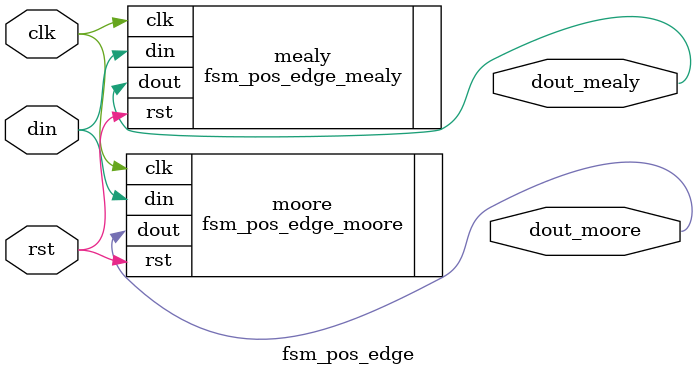
<source format=v>
`timescale 1ns/1ns 
module fsm_pos_edge(/*AUTOARG*/
   // Outputs
   dout_mealy, dout_moore,
   // Inputs
   clk, rst, din
   );
   input clk;
   input rst;
   input din;
   output dout_mealy;
   output dout_moore;
   
   /*AUTOREG*/ 
   /*AUTOWIRE*/ 
   // Beginning of automatic wires (for undeclared instantiated-module outputs)
   wire			dout_moore;			// From moore of fsm_pos_edge_moore.v, ...
   wire			dout_mealy;			// From moore of fsm_pos_edge_mealy.v, ...
   // End of automatics
   
   fsm_pos_edge_moore moore (/*AUTOINST*/
			     // Outputs
			     .dout		(dout_moore),
			     // Inputs
			     .clk		(clk),
			     .rst		(rst),
			     .din		(din)); 
   fsm_pos_edge_mealy mealy (/*AUTOINST*/
			     // Outputs
			     .dout		(dout_mealy),
			     // Inputs
			     .clk		(clk),
			     .rst		(rst),
			     .din		(din));
 
endmodule 
// Local Variables: 
// verilog-library-directories:("~/Projects/FPGA_Projects/iVerilog/design/*") 
// End:

</source>
